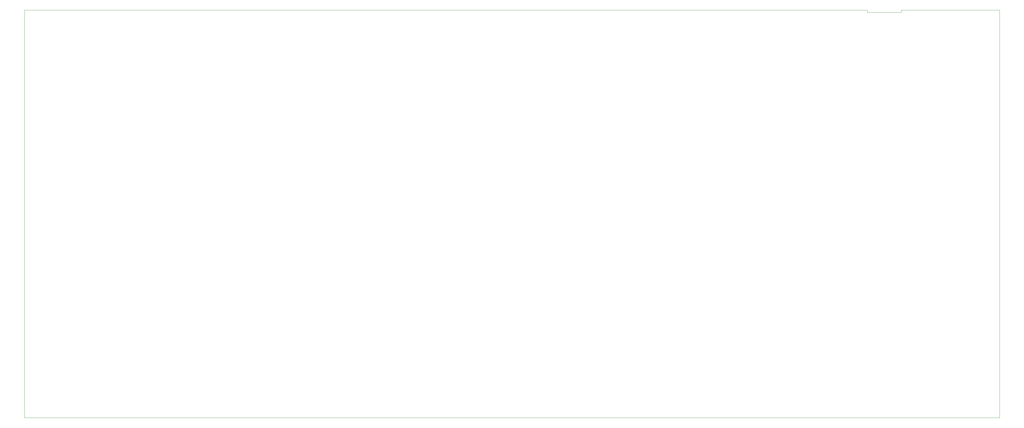
<source format=gm1>
G04 #@! TF.GenerationSoftware,KiCad,Pcbnew,(5.1.9)-1*
G04 #@! TF.CreationDate,2021-06-02T15:51:46-04:00*
G04 #@! TF.ProjectId,version1,76657273-696f-46e3-912e-6b696361645f,rev?*
G04 #@! TF.SameCoordinates,Original*
G04 #@! TF.FileFunction,Profile,NP*
%FSLAX46Y46*%
G04 Gerber Fmt 4.6, Leading zero omitted, Abs format (unit mm)*
G04 Created by KiCad (PCBNEW (5.1.9)-1) date 2021-06-02 15:51:46*
%MOMM*%
%LPD*%
G01*
G04 APERTURE LIST*
G04 #@! TA.AperFunction,Profile*
%ADD10C,0.050000*%
G04 #@! TD*
G04 APERTURE END LIST*
D10*
X372110000Y-78232000D02*
X372110000Y-77470000D01*
X360680000Y-78232000D02*
X372110000Y-78232000D01*
X360680000Y-77470000D02*
X360680000Y-78232000D01*
X360680000Y-77470000D02*
X77470000Y-77470000D01*
X405130000Y-77470000D02*
X372110000Y-77470000D01*
X77470000Y-214630000D02*
X77470000Y-77470000D01*
X405130000Y-214630000D02*
X77470000Y-214630000D01*
X405130000Y-77470000D02*
X405130000Y-214630000D01*
M02*

</source>
